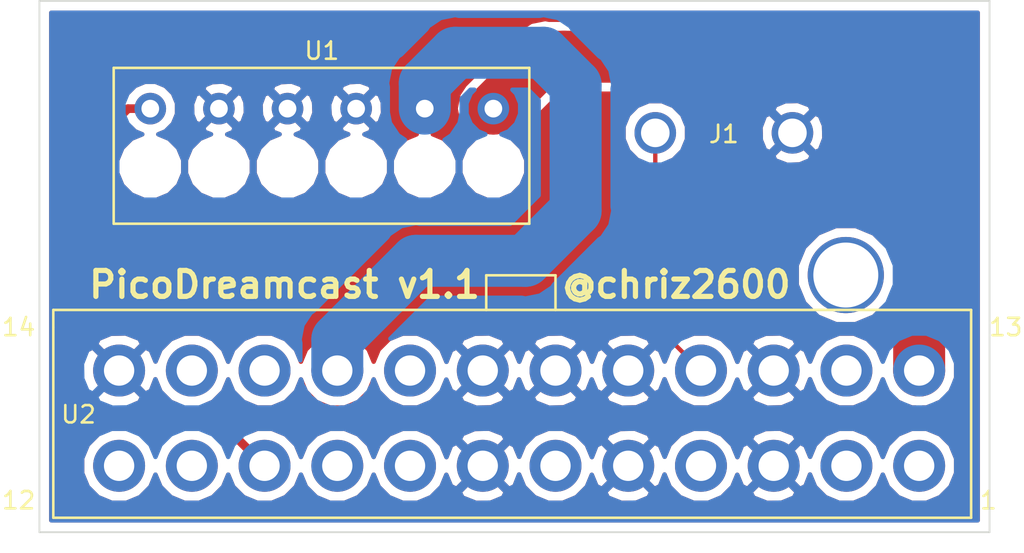
<source format=kicad_pcb>
(kicad_pcb (version 20171130) (host pcbnew "(5.0.0)")

  (general
    (thickness 1.6)
    (drawings 6)
    (tracks 31)
    (zones 0)
    (modules 3)
    (nets 18)
  )

  (page A4)
  (layers
    (0 F.Cu signal)
    (31 B.Cu signal)
    (32 B.Adhes user)
    (33 F.Adhes user)
    (34 B.Paste user)
    (35 F.Paste user)
    (36 B.SilkS user)
    (37 F.SilkS user)
    (38 B.Mask user)
    (39 F.Mask user)
    (40 Dwgs.User user)
    (41 Cmts.User user)
    (42 Eco1.User user)
    (43 Eco2.User user)
    (44 Edge.Cuts user)
    (45 Margin user)
    (46 B.CrtYd user)
    (47 F.CrtYd user)
    (48 B.Fab user)
    (49 F.Fab user)
  )

  (setup
    (last_trace_width 0.25)
    (trace_clearance 0.2)
    (zone_clearance 0.508)
    (zone_45_only no)
    (trace_min 0.2)
    (segment_width 0.2)
    (edge_width 0.1)
    (via_size 0.6)
    (via_drill 0.4)
    (via_min_size 0.4)
    (via_min_drill 0.3)
    (uvia_size 0.3)
    (uvia_drill 0.1)
    (uvias_allowed no)
    (uvia_min_size 0.2)
    (uvia_min_drill 0.1)
    (pcb_text_width 0.3)
    (pcb_text_size 1.5 1.5)
    (mod_edge_width 0.15)
    (mod_text_size 1 1)
    (mod_text_width 0.15)
    (pad_size 1.5 1.5)
    (pad_drill 0.6)
    (pad_to_mask_clearance 0)
    (aux_axis_origin 0 0)
    (visible_elements 7FFFFFFF)
    (pcbplotparams
      (layerselection 0x010f0_ffffffff)
      (usegerberextensions true)
      (usegerberattributes false)
      (usegerberadvancedattributes false)
      (creategerberjobfile false)
      (excludeedgelayer true)
      (linewidth 0.100000)
      (plotframeref false)
      (viasonmask false)
      (mode 1)
      (useauxorigin false)
      (hpglpennumber 1)
      (hpglpenspeed 20)
      (hpglpendiameter 15.000000)
      (psnegative false)
      (psa4output false)
      (plotreference true)
      (plotvalue true)
      (plotinvisibletext false)
      (padsonsilk false)
      (subtractmaskfromsilk false)
      (outputformat 1)
      (mirror false)
      (drillshape 0)
      (scaleselection 1)
      (outputdirectory "gerber"))
  )

  (net 0 "")
  (net 1 GND)
  (net 2 "Net-(U2-Pad1)")
  (net 3 "Net-(U2-Pad6)")
  (net 4 "Net-(U2-Pad8)")
  (net 5 "Net-(U2-Pad9)")
  (net 6 "Net-(U2-Pad12)")
  (net 7 "Net-(U2-Pad14)")
  (net 8 "Net-(U2-Pad20)")
  (net 9 "Net-(U2-Pad22)")
  (net 10 "Net-(U2-Pad23)")
  (net 11 "Net-(U2-Pad11)")
  (net 12 /nPSon)
  (net 13 /3.3V)
  (net 14 /5V)
  (net 15 /12V)
  (net 16 "Net-(U2-Pad2)")
  (net 17 "Net-(U2-Pad4)")

  (net_class Default "This is the default net class."
    (clearance 0.2)
    (trace_width 0.25)
    (via_dia 0.6)
    (via_drill 0.4)
    (uvia_dia 0.3)
    (uvia_drill 0.1)
    (add_net /nPSon)
    (add_net "Net-(U2-Pad1)")
    (add_net "Net-(U2-Pad11)")
    (add_net "Net-(U2-Pad12)")
    (add_net "Net-(U2-Pad14)")
    (add_net "Net-(U2-Pad2)")
    (add_net "Net-(U2-Pad20)")
    (add_net "Net-(U2-Pad22)")
    (add_net "Net-(U2-Pad23)")
    (add_net "Net-(U2-Pad4)")
    (add_net "Net-(U2-Pad6)")
    (add_net "Net-(U2-Pad8)")
    (add_net "Net-(U2-Pad9)")
  )

  (net_class pwr ""
    (clearance 0.2)
    (trace_width 3)
    (via_dia 0.6)
    (via_drill 0.4)
    (uvia_dia 0.3)
    (uvia_drill 0.1)
    (add_net /3.3V)
    (add_net /5V)
    (add_net GND)
  )

  (net_class pwr12 ""
    (clearance 0.2)
    (trace_width 0.5)
    (via_dia 0.6)
    (via_drill 0.4)
    (uvia_dia 0.3)
    (uvia_drill 0.1)
    (add_net /12V)
  )

  (module my:ATX_24_pin (layer F.Cu) (tedit 5BD8F640) (tstamp 5B52112C)
    (at 198.0946 91.1606 180)
    (path /5B4D7363)
    (fp_text reference U2 (at 48.5446 2.9606 180) (layer F.SilkS)
      (effects (font (size 1 1) (thickness 0.15)))
    )
    (fp_text value atx_24pin (at 23 -4.2 180) (layer F.Fab)
      (effects (font (size 1 1) (thickness 0.15)))
    )
    (fp_line (start -3 -3) (end 50 -3) (layer F.SilkS) (width 0.15))
    (fp_line (start 50 -3) (end 50 8) (layer F.SilkS) (width 0.15))
    (fp_line (start 50 8) (end 50 9) (layer F.SilkS) (width 0.15))
    (fp_line (start 50 9) (end -3 9) (layer F.SilkS) (width 0.15))
    (fp_line (start -3 9) (end -3 -3) (layer F.SilkS) (width 0.15))
    (fp_line (start 21 9) (end 21 11) (layer F.SilkS) (width 0.15))
    (fp_line (start 21 11) (end 25 11) (layer F.SilkS) (width 0.15))
    (fp_line (start 25 11) (end 25 9) (layer F.SilkS) (width 0.15))
    (fp_text user 1 (at -4 -2 180) (layer F.SilkS)
      (effects (font (size 1 1) (thickness 0.15)))
    )
    (fp_text user 12 (at 52 -2 180) (layer F.SilkS)
      (effects (font (size 1 1) (thickness 0.15)))
    )
    (fp_text user 13 (at -5 8 180) (layer F.SilkS)
      (effects (font (size 1 1) (thickness 0.15)))
    )
    (fp_text user 14 (at 52 8 180) (layer F.SilkS)
      (effects (font (size 1 1) (thickness 0.15)))
    )
    (pad 24 thru_hole circle (at 46.2 5.5 180) (size 3 3) (drill 1.75) (layers *.Cu *.Mask)
      (net 1 GND))
    (pad 23 thru_hole circle (at 42 5.5 180) (size 3 3) (drill 1.75) (layers *.Cu *.Mask)
      (net 10 "Net-(U2-Pad23)"))
    (pad 22 thru_hole circle (at 37.8 5.5 180) (size 3 3) (drill 1.75) (layers *.Cu *.Mask)
      (net 9 "Net-(U2-Pad22)"))
    (pad 21 thru_hole circle (at 33.6 5.5 180) (size 3 3) (drill 1.75) (layers *.Cu *.Mask)
      (net 14 /5V))
    (pad 20 thru_hole circle (at 29.4 5.5 180) (size 3 3) (drill 1.75) (layers *.Cu *.Mask)
      (net 8 "Net-(U2-Pad20)"))
    (pad 19 thru_hole circle (at 25.2 5.5 180) (size 3 3) (drill 1.75) (layers *.Cu *.Mask)
      (net 1 GND))
    (pad 18 thru_hole circle (at 21 5.5 180) (size 3 3) (drill 1.75) (layers *.Cu *.Mask)
      (net 1 GND))
    (pad 17 thru_hole circle (at 16.8 5.5 180) (size 3 3) (drill 1.75) (layers *.Cu *.Mask)
      (net 1 GND))
    (pad 16 thru_hole circle (at 12.6 5.5 180) (size 3 3) (drill 1.75) (layers *.Cu *.Mask)
      (net 12 /nPSon))
    (pad 15 thru_hole circle (at 8.4 5.5 180) (size 3 3) (drill 1.75) (layers *.Cu *.Mask)
      (net 1 GND))
    (pad 14 thru_hole circle (at 4.2 5.5 270) (size 3 3) (drill 1.75) (layers *.Cu *.Mask)
      (net 7 "Net-(U2-Pad14)"))
    (pad 13 thru_hole circle (at 0 5.5 180) (size 3 3) (drill 1.75) (layers *.Cu *.Mask)
      (net 13 /3.3V))
    (pad 12 thru_hole circle (at 46.2 0 180) (size 3 3) (drill 1.75) (layers *.Cu *.Mask)
      (net 6 "Net-(U2-Pad12)"))
    (pad 11 thru_hole circle (at 42 0 180) (size 3 3) (drill 1.75) (layers *.Cu *.Mask)
      (net 11 "Net-(U2-Pad11)"))
    (pad 10 thru_hole circle (at 37.8 0 180) (size 3 3) (drill 1.75) (layers *.Cu *.Mask)
      (net 15 /12V))
    (pad 9 thru_hole circle (at 33.6 0 180) (size 3 3) (drill 1.75) (layers *.Cu *.Mask)
      (net 5 "Net-(U2-Pad9)"))
    (pad 8 thru_hole circle (at 29.4 0 180) (size 3 3) (drill 1.75) (layers *.Cu *.Mask)
      (net 4 "Net-(U2-Pad8)"))
    (pad 7 thru_hole circle (at 25.2 0 180) (size 3 3) (drill 1.75) (layers *.Cu *.Mask)
      (net 1 GND))
    (pad 6 thru_hole circle (at 21 0 180) (size 3 3) (drill 1.75) (layers *.Cu *.Mask)
      (net 3 "Net-(U2-Pad6)"))
    (pad 5 thru_hole circle (at 16.8 0 180) (size 3 3) (drill 1.75) (layers *.Cu *.Mask)
      (net 1 GND))
    (pad 4 thru_hole circle (at 12.6 0 180) (size 3 3) (drill 1.75) (layers *.Cu *.Mask)
      (net 17 "Net-(U2-Pad4)"))
    (pad 3 thru_hole circle (at 8.4 0 180) (size 3 3) (drill 1.75) (layers *.Cu *.Mask)
      (net 1 GND))
    (pad 2 thru_hole circle (at 4.2 0 180) (size 3 3) (drill 1.75) (layers *.Cu *.Mask)
      (net 16 "Net-(U2-Pad2)"))
    (pad 1 thru_hole circle (at 0 0 180) (size 3 3) (drill 1.75) (layers *.Cu *.Mask)
      (net 2 "Net-(U2-Pad1)"))
  )

  (module my:AMP-1-1123724-2 (layer F.Cu) (tedit 5B521048) (tstamp 5B521100)
    (at 186.817 75.8952)
    (path /5B4D7882)
    (fp_text reference J1 (at 0 -3.8862) (layer F.SilkS)
      (effects (font (size 1 1) (thickness 0.15)))
    )
    (fp_text value Conn_01x02 (at -0.0508 -1.5494) (layer F.Fab)
      (effects (font (size 1 1) (thickness 0.15)))
    )
    (pad 1 thru_hole circle (at -3.96 -3.96) (size 2.4 2.4) (drill 1.65) (layers *.Cu *.Mask)
      (net 12 /nPSon))
    (pad 2 thru_hole circle (at 3.96 -3.96) (size 2.4 2.4) (drill 1.65) (layers *.Cu *.Mask)
      (net 1 GND))
  )

  (module my:DreamcastPower (layer F.Cu) (tedit 5B4CA0B4) (tstamp 5BD9BC73)
    (at 165.5826 67.183 180)
    (path /5B4D73C7)
    (fp_text reference U1 (at 1.9826 -0.017 180) (layer F.SilkS)
      (effects (font (size 1 1) (thickness 0.15)))
    )
    (fp_text value DreamcastPower (at 2 -11 180) (layer F.Fab)
      (effects (font (size 1 1) (thickness 0.15)))
    )
    (fp_line (start -10 -1) (end -10 -10) (layer F.SilkS) (width 0.15))
    (fp_line (start 14 -1) (end -10 -1) (layer F.SilkS) (width 0.15))
    (fp_line (start 14 -10) (end 14 -1) (layer F.SilkS) (width 0.15))
    (fp_line (start -10 -10) (end 14 -10) (layer F.SilkS) (width 0.15))
    (pad 1 thru_hole circle (at -7.9248 -3.3528 180) (size 1.824 1.824) (drill 1.02) (layers *.Cu *.Mask)
      (net 13 /3.3V))
    (pad 2 thru_hole circle (at -3.9624 -3.3528 180) (size 1.824 1.824) (drill 1.02) (layers *.Cu *.Mask)
      (net 14 /5V))
    (pad 3 thru_hole circle (at 0 -3.3528 180) (size 1.824 1.824) (drill 1.02) (layers *.Cu *.Mask)
      (net 1 GND))
    (pad 4 thru_hole circle (at 3.9624 -3.3528 180) (size 1.824 1.824) (drill 1.02) (layers *.Cu *.Mask)
      (net 1 GND))
    (pad 5 thru_hole circle (at 7.9232 -3.3528 180) (size 1.824 1.824) (drill 1.02) (layers *.Cu *.Mask)
      (net 1 GND))
    (pad 6 thru_hole circle (at 11.8872 -3.3528 180) (size 1.824 1.824) (drill 1.02) (layers *.Cu *.Mask)
      (net 15 /12V))
    (pad "" np_thru_hole circle (at -7.9248 -6.7056 180) (size 2.54 2.54) (drill 2.54) (layers *.Cu *.Mask))
    (pad "" np_thru_hole circle (at -3.9624 -6.7056 180) (size 2.54 2.54) (drill 2.54) (layers *.Cu *.Mask))
    (pad "" np_thru_hole circle (at 0 -6.7056 180) (size 2.54 2.54) (drill 2.54) (layers *.Cu *.Mask))
    (pad "" np_thru_hole circle (at 3.9624 -6.7056 180) (size 2.54 2.54) (drill 2.54) (layers *.Cu *.Mask))
    (pad "" np_thru_hole circle (at 7.9248 -6.7056 180) (size 2.54 2.54) (drill 2.54) (layers *.Cu *.Mask))
    (pad "" np_thru_hole circle (at 11.8872 -6.7056 180) (size 2.54 2.54) (drill 2.54) (layers *.Cu *.Mask))
  )

  (gr_text "PicoDreamcast v1.1" (at 150 80.7) (layer F.SilkS) (tstamp 5BD9B228)
    (effects (font (size 1.5 1.5) (thickness 0.3)) (justify left))
  )
  (gr_text @chriz2600 (at 177.3 80.7) (layer F.SilkS)
    (effects (font (size 1.5 1.5) (thickness 0.3)) (justify left))
  )
  (gr_line (start 202.1586 64.3128) (end 147.2946 64.3128) (layer Edge.Cuts) (width 0.1))
  (gr_line (start 202.1586 94.996) (end 202.1586 64.3128) (layer Edge.Cuts) (width 0.1))
  (gr_line (start 147.2946 94.996) (end 202.1586 94.996) (layer Edge.Cuts) (width 0.1))
  (gr_line (start 147.2946 64.3128) (end 147.2946 94.996) (layer Edge.Cuts) (width 0.1))

  (via (at 193.8586 80.146) (size 4.4) (drill 3.75) (layers F.Cu B.Cu) (net 0))
  (segment (start 182.857 83.023) (end 185.4946 85.6606) (width 0.25) (layer F.Cu) (net 12))
  (segment (start 182.857 71.9352) (end 182.857 83.023) (width 0.25) (layer F.Cu) (net 12))
  (segment (start 198.0946 71.6534) (end 198.0946 85.6606) (width 3) (layer F.Cu) (net 13))
  (segment (start 194.6148 68.1736) (end 198.0946 71.6534) (width 3) (layer F.Cu) (net 13))
  (segment (start 173.5074 70.5358) (end 175.8696 68.1736) (width 3) (layer F.Cu) (net 13))
  (segment (start 176.5046 67.5386) (end 177.5714 67.5386) (width 3) (layer F.Cu) (net 13))
  (segment (start 173.5074 70.5358) (end 176.5046 67.5386) (width 3) (layer F.Cu) (net 13))
  (segment (start 192.3796 67.5386) (end 193.9798 67.5386) (width 3) (layer F.Cu) (net 13))
  (segment (start 193.9798 67.5386) (end 198.0946 71.6534) (width 3) (layer F.Cu) (net 13))
  (segment (start 192.3796 67.5386) (end 177.5714 67.5386) (width 3) (layer F.Cu) (net 13))
  (segment (start 164.4946 83.864549) (end 164.4946 85.6606) (width 3) (layer B.Cu) (net 14))
  (segment (start 169.034949 79.3242) (end 164.4946 83.864549) (width 3) (layer B.Cu) (net 14))
  (segment (start 175.3616 79.3242) (end 169.034949 79.3242) (width 3) (layer B.Cu) (net 14))
  (segment (start 176.403 67.31) (end 178.2572 69.1642) (width 3) (layer B.Cu) (net 14))
  (segment (start 171.2976 67.31) (end 176.403 67.31) (width 3) (layer B.Cu) (net 14))
  (segment (start 178.2572 69.1642) (end 178.2572 76.4286) (width 3) (layer B.Cu) (net 14))
  (segment (start 178.2572 76.4286) (end 175.3616 79.3242) (width 3) (layer B.Cu) (net 14))
  (segment (start 169.545 69.0626) (end 171.2976 67.31) (width 3) (layer B.Cu) (net 14))
  (segment (start 169.545 70.5358) (end 169.545 69.0626) (width 3) (layer B.Cu) (net 14))
  (segment (start 157.984 88.85) (end 160.2946 91.1606) (width 0.5) (layer F.Cu) (net 15))
  (segment (start 157.634 88.5) (end 157.984 88.85) (width 0.5) (layer F.Cu) (net 15))
  (segment (start 150.45 88.5) (end 157.634 88.5) (width 0.5) (layer F.Cu) (net 15))
  (segment (start 152.405638 70.5358) (end 149.944599 72.996839) (width 0.5) (layer F.Cu) (net 15))
  (segment (start 153.6954 70.5358) (end 152.405638 70.5358) (width 0.5) (layer F.Cu) (net 15))
  (segment (start 149.944599 72.996839) (end 149.903161 72.996839) (width 0.5) (layer F.Cu) (net 15))
  (segment (start 149.903161 72.996839) (end 149.45 73.45) (width 0.5) (layer F.Cu) (net 15))
  (segment (start 149.45 73.45) (end 149.4 73.45) (width 0.5) (layer F.Cu) (net 15))
  (segment (start 149.4 73.45) (end 149.15 73.7) (width 0.5) (layer F.Cu) (net 15))
  (segment (start 149.15 87.2) (end 150.45 88.5) (width 0.5) (layer F.Cu) (net 15))
  (segment (start 149.15 73.7) (end 149.15 87.2) (width 0.5) (layer F.Cu) (net 15))

  (zone (net 1) (net_name GND) (layer B.Cu) (tstamp 5C005048) (hatch edge 0.508)
    (connect_pads (clearance 0.508))
    (min_thickness 0.254)
    (fill yes (arc_segments 16) (thermal_gap 0.508) (thermal_bridge_width 0.508))
    (polygon
      (pts
        (xy 202.1586 94.996) (xy 147.2946 94.996) (xy 147.2946 64.3128) (xy 202.1586 64.3128)
      )
    )
    (filled_polygon
      (pts
        (xy 201.4736 94.311) (xy 147.9796 94.311) (xy 147.9796 90.735922) (xy 149.7596 90.735922) (xy 149.7596 91.585278)
        (xy 150.084634 92.36998) (xy 150.68522 92.970566) (xy 151.469922 93.2956) (xy 152.319278 93.2956) (xy 153.10398 92.970566)
        (xy 153.704566 92.36998) (xy 153.9946 91.669776) (xy 154.284634 92.36998) (xy 154.88522 92.970566) (xy 155.669922 93.2956)
        (xy 156.519278 93.2956) (xy 157.30398 92.970566) (xy 157.904566 92.36998) (xy 158.1946 91.669776) (xy 158.484634 92.36998)
        (xy 159.08522 92.970566) (xy 159.869922 93.2956) (xy 160.719278 93.2956) (xy 161.50398 92.970566) (xy 162.104566 92.36998)
        (xy 162.3946 91.669776) (xy 162.684634 92.36998) (xy 163.28522 92.970566) (xy 164.069922 93.2956) (xy 164.919278 93.2956)
        (xy 165.70398 92.970566) (xy 166.304566 92.36998) (xy 166.5946 91.669776) (xy 166.884634 92.36998) (xy 167.48522 92.970566)
        (xy 168.269922 93.2956) (xy 169.119278 93.2956) (xy 169.90398 92.970566) (xy 170.199976 92.67457) (xy 171.560235 92.67457)
        (xy 171.720018 92.993339) (xy 172.510787 93.303323) (xy 173.359987 93.287097) (xy 174.069182 92.993339) (xy 174.228965 92.67457)
        (xy 172.8946 91.340205) (xy 171.560235 92.67457) (xy 170.199976 92.67457) (xy 170.504566 92.36998) (xy 170.79042 91.679866)
        (xy 171.061861 92.335182) (xy 171.38063 92.494965) (xy 172.714995 91.1606) (xy 173.074205 91.1606) (xy 174.40857 92.494965)
        (xy 174.727339 92.335182) (xy 174.991302 91.661813) (xy 175.284634 92.36998) (xy 175.88522 92.970566) (xy 176.669922 93.2956)
        (xy 177.519278 93.2956) (xy 178.30398 92.970566) (xy 178.599976 92.67457) (xy 179.960235 92.67457) (xy 180.120018 92.993339)
        (xy 180.910787 93.303323) (xy 181.759987 93.287097) (xy 182.469182 92.993339) (xy 182.628965 92.67457) (xy 181.2946 91.340205)
        (xy 179.960235 92.67457) (xy 178.599976 92.67457) (xy 178.904566 92.36998) (xy 179.19042 91.679866) (xy 179.461861 92.335182)
        (xy 179.78063 92.494965) (xy 181.114995 91.1606) (xy 181.474205 91.1606) (xy 182.80857 92.494965) (xy 183.127339 92.335182)
        (xy 183.391302 91.661813) (xy 183.684634 92.36998) (xy 184.28522 92.970566) (xy 185.069922 93.2956) (xy 185.919278 93.2956)
        (xy 186.70398 92.970566) (xy 186.999976 92.67457) (xy 188.360235 92.67457) (xy 188.520018 92.993339) (xy 189.310787 93.303323)
        (xy 190.159987 93.287097) (xy 190.869182 92.993339) (xy 191.028965 92.67457) (xy 189.6946 91.340205) (xy 188.360235 92.67457)
        (xy 186.999976 92.67457) (xy 187.304566 92.36998) (xy 187.59042 91.679866) (xy 187.861861 92.335182) (xy 188.18063 92.494965)
        (xy 189.514995 91.1606) (xy 189.874205 91.1606) (xy 191.20857 92.494965) (xy 191.527339 92.335182) (xy 191.791302 91.661813)
        (xy 192.084634 92.36998) (xy 192.68522 92.970566) (xy 193.469922 93.2956) (xy 194.319278 93.2956) (xy 195.10398 92.970566)
        (xy 195.704566 92.36998) (xy 195.9946 91.669776) (xy 196.284634 92.36998) (xy 196.88522 92.970566) (xy 197.669922 93.2956)
        (xy 198.519278 93.2956) (xy 199.30398 92.970566) (xy 199.904566 92.36998) (xy 200.2296 91.585278) (xy 200.2296 90.735922)
        (xy 199.904566 89.95122) (xy 199.30398 89.350634) (xy 198.519278 89.0256) (xy 197.669922 89.0256) (xy 196.88522 89.350634)
        (xy 196.284634 89.95122) (xy 195.9946 90.651424) (xy 195.704566 89.95122) (xy 195.10398 89.350634) (xy 194.319278 89.0256)
        (xy 193.469922 89.0256) (xy 192.68522 89.350634) (xy 192.084634 89.95122) (xy 191.79878 90.641334) (xy 191.527339 89.986018)
        (xy 191.20857 89.826235) (xy 189.874205 91.1606) (xy 189.514995 91.1606) (xy 188.18063 89.826235) (xy 187.861861 89.986018)
        (xy 187.597898 90.659387) (xy 187.304566 89.95122) (xy 186.999976 89.64663) (xy 188.360235 89.64663) (xy 189.6946 90.980995)
        (xy 191.028965 89.64663) (xy 190.869182 89.327861) (xy 190.078413 89.017877) (xy 189.229213 89.034103) (xy 188.520018 89.327861)
        (xy 188.360235 89.64663) (xy 186.999976 89.64663) (xy 186.70398 89.350634) (xy 185.919278 89.0256) (xy 185.069922 89.0256)
        (xy 184.28522 89.350634) (xy 183.684634 89.95122) (xy 183.39878 90.641334) (xy 183.127339 89.986018) (xy 182.80857 89.826235)
        (xy 181.474205 91.1606) (xy 181.114995 91.1606) (xy 179.78063 89.826235) (xy 179.461861 89.986018) (xy 179.197898 90.659387)
        (xy 178.904566 89.95122) (xy 178.599976 89.64663) (xy 179.960235 89.64663) (xy 181.2946 90.980995) (xy 182.628965 89.64663)
        (xy 182.469182 89.327861) (xy 181.678413 89.017877) (xy 180.829213 89.034103) (xy 180.120018 89.327861) (xy 179.960235 89.64663)
        (xy 178.599976 89.64663) (xy 178.30398 89.350634) (xy 177.519278 89.0256) (xy 176.669922 89.0256) (xy 175.88522 89.350634)
        (xy 175.284634 89.95122) (xy 174.99878 90.641334) (xy 174.727339 89.986018) (xy 174.40857 89.826235) (xy 173.074205 91.1606)
        (xy 172.714995 91.1606) (xy 171.38063 89.826235) (xy 171.061861 89.986018) (xy 170.797898 90.659387) (xy 170.504566 89.95122)
        (xy 170.199976 89.64663) (xy 171.560235 89.64663) (xy 172.8946 90.980995) (xy 174.228965 89.64663) (xy 174.069182 89.327861)
        (xy 173.278413 89.017877) (xy 172.429213 89.034103) (xy 171.720018 89.327861) (xy 171.560235 89.64663) (xy 170.199976 89.64663)
        (xy 169.90398 89.350634) (xy 169.119278 89.0256) (xy 168.269922 89.0256) (xy 167.48522 89.350634) (xy 166.884634 89.95122)
        (xy 166.5946 90.651424) (xy 166.304566 89.95122) (xy 165.70398 89.350634) (xy 164.919278 89.0256) (xy 164.069922 89.0256)
        (xy 163.28522 89.350634) (xy 162.684634 89.95122) (xy 162.3946 90.651424) (xy 162.104566 89.95122) (xy 161.50398 89.350634)
        (xy 160.719278 89.0256) (xy 159.869922 89.0256) (xy 159.08522 89.350634) (xy 158.484634 89.95122) (xy 158.1946 90.651424)
        (xy 157.904566 89.95122) (xy 157.30398 89.350634) (xy 156.519278 89.0256) (xy 155.669922 89.0256) (xy 154.88522 89.350634)
        (xy 154.284634 89.95122) (xy 153.9946 90.651424) (xy 153.704566 89.95122) (xy 153.10398 89.350634) (xy 152.319278 89.0256)
        (xy 151.469922 89.0256) (xy 150.68522 89.350634) (xy 150.084634 89.95122) (xy 149.7596 90.735922) (xy 147.9796 90.735922)
        (xy 147.9796 87.17457) (xy 150.560235 87.17457) (xy 150.720018 87.493339) (xy 151.510787 87.803323) (xy 152.359987 87.787097)
        (xy 153.069182 87.493339) (xy 153.228965 87.17457) (xy 151.8946 85.840205) (xy 150.560235 87.17457) (xy 147.9796 87.17457)
        (xy 147.9796 85.276787) (xy 149.751877 85.276787) (xy 149.768103 86.125987) (xy 150.061861 86.835182) (xy 150.38063 86.994965)
        (xy 151.714995 85.6606) (xy 152.074205 85.6606) (xy 153.40857 86.994965) (xy 153.727339 86.835182) (xy 153.991302 86.161813)
        (xy 154.284634 86.86998) (xy 154.88522 87.470566) (xy 155.669922 87.7956) (xy 156.519278 87.7956) (xy 157.30398 87.470566)
        (xy 157.904566 86.86998) (xy 158.1946 86.169776) (xy 158.484634 86.86998) (xy 159.08522 87.470566) (xy 159.869922 87.7956)
        (xy 160.719278 87.7956) (xy 161.50398 87.470566) (xy 162.104566 86.86998) (xy 162.3946 86.169776) (xy 162.441648 86.28336)
        (xy 162.483475 86.493636) (xy 162.602585 86.671897) (xy 162.684634 86.86998) (xy 162.836241 87.021587) (xy 162.955352 87.199849)
        (xy 163.133614 87.31896) (xy 163.28522 87.470566) (xy 163.483301 87.552614) (xy 163.661565 87.671726) (xy 163.871842 87.713553)
        (xy 164.069922 87.7956) (xy 164.284322 87.7956) (xy 164.4946 87.837427) (xy 164.704879 87.7956) (xy 164.919278 87.7956)
        (xy 165.117357 87.713553) (xy 165.327636 87.671726) (xy 165.505901 87.552613) (xy 165.70398 87.470566) (xy 165.855584 87.318962)
        (xy 166.033849 87.199849) (xy 166.152962 87.021584) (xy 166.304566 86.86998) (xy 166.386613 86.671901) (xy 166.505726 86.493636)
        (xy 166.547553 86.283357) (xy 166.5946 86.169776) (xy 166.884634 86.86998) (xy 167.48522 87.470566) (xy 168.269922 87.7956)
        (xy 169.119278 87.7956) (xy 169.90398 87.470566) (xy 170.199976 87.17457) (xy 171.560235 87.17457) (xy 171.720018 87.493339)
        (xy 172.510787 87.803323) (xy 173.359987 87.787097) (xy 174.069182 87.493339) (xy 174.228965 87.17457) (xy 175.760235 87.17457)
        (xy 175.920018 87.493339) (xy 176.710787 87.803323) (xy 177.559987 87.787097) (xy 178.269182 87.493339) (xy 178.428965 87.17457)
        (xy 179.960235 87.17457) (xy 180.120018 87.493339) (xy 180.910787 87.803323) (xy 181.759987 87.787097) (xy 182.469182 87.493339)
        (xy 182.628965 87.17457) (xy 181.2946 85.840205) (xy 179.960235 87.17457) (xy 178.428965 87.17457) (xy 177.0946 85.840205)
        (xy 175.760235 87.17457) (xy 174.228965 87.17457) (xy 172.8946 85.840205) (xy 171.560235 87.17457) (xy 170.199976 87.17457)
        (xy 170.504566 86.86998) (xy 170.79042 86.179866) (xy 171.061861 86.835182) (xy 171.38063 86.994965) (xy 172.714995 85.6606)
        (xy 173.074205 85.6606) (xy 174.40857 86.994965) (xy 174.727339 86.835182) (xy 174.987237 86.172181) (xy 175.261861 86.835182)
        (xy 175.58063 86.994965) (xy 176.914995 85.6606) (xy 177.274205 85.6606) (xy 178.60857 86.994965) (xy 178.927339 86.835182)
        (xy 179.187237 86.172181) (xy 179.461861 86.835182) (xy 179.78063 86.994965) (xy 181.114995 85.6606) (xy 181.474205 85.6606)
        (xy 182.80857 86.994965) (xy 183.127339 86.835182) (xy 183.391302 86.161813) (xy 183.684634 86.86998) (xy 184.28522 87.470566)
        (xy 185.069922 87.7956) (xy 185.919278 87.7956) (xy 186.70398 87.470566) (xy 186.999976 87.17457) (xy 188.360235 87.17457)
        (xy 188.520018 87.493339) (xy 189.310787 87.803323) (xy 190.159987 87.787097) (xy 190.869182 87.493339) (xy 191.028965 87.17457)
        (xy 189.6946 85.840205) (xy 188.360235 87.17457) (xy 186.999976 87.17457) (xy 187.304566 86.86998) (xy 187.59042 86.179866)
        (xy 187.861861 86.835182) (xy 188.18063 86.994965) (xy 189.514995 85.6606) (xy 189.874205 85.6606) (xy 191.20857 86.994965)
        (xy 191.527339 86.835182) (xy 191.791302 86.161813) (xy 192.084634 86.86998) (xy 192.68522 87.470566) (xy 193.469922 87.7956)
        (xy 194.319278 87.7956) (xy 195.10398 87.470566) (xy 195.704566 86.86998) (xy 195.9946 86.169776) (xy 196.284634 86.86998)
        (xy 196.88522 87.470566) (xy 197.669922 87.7956) (xy 198.519278 87.7956) (xy 199.30398 87.470566) (xy 199.904566 86.86998)
        (xy 200.2296 86.085278) (xy 200.2296 85.235922) (xy 199.904566 84.45122) (xy 199.30398 83.850634) (xy 198.519278 83.5256)
        (xy 197.669922 83.5256) (xy 196.88522 83.850634) (xy 196.284634 84.45122) (xy 195.9946 85.151424) (xy 195.704566 84.45122)
        (xy 195.10398 83.850634) (xy 194.319278 83.5256) (xy 193.469922 83.5256) (xy 192.68522 83.850634) (xy 192.084634 84.45122)
        (xy 191.79878 85.141334) (xy 191.527339 84.486018) (xy 191.20857 84.326235) (xy 189.874205 85.6606) (xy 189.514995 85.6606)
        (xy 188.18063 84.326235) (xy 187.861861 84.486018) (xy 187.597898 85.159387) (xy 187.304566 84.45122) (xy 186.999976 84.14663)
        (xy 188.360235 84.14663) (xy 189.6946 85.480995) (xy 191.028965 84.14663) (xy 190.869182 83.827861) (xy 190.078413 83.517877)
        (xy 189.229213 83.534103) (xy 188.520018 83.827861) (xy 188.360235 84.14663) (xy 186.999976 84.14663) (xy 186.70398 83.850634)
        (xy 185.919278 83.5256) (xy 185.069922 83.5256) (xy 184.28522 83.850634) (xy 183.684634 84.45122) (xy 183.39878 85.141334)
        (xy 183.127339 84.486018) (xy 182.80857 84.326235) (xy 181.474205 85.6606) (xy 181.114995 85.6606) (xy 179.78063 84.326235)
        (xy 179.461861 84.486018) (xy 179.201963 85.149019) (xy 178.927339 84.486018) (xy 178.60857 84.326235) (xy 177.274205 85.6606)
        (xy 176.914995 85.6606) (xy 175.58063 84.326235) (xy 175.261861 84.486018) (xy 175.001963 85.149019) (xy 174.727339 84.486018)
        (xy 174.40857 84.326235) (xy 173.074205 85.6606) (xy 172.714995 85.6606) (xy 171.38063 84.326235) (xy 171.061861 84.486018)
        (xy 170.797898 85.159387) (xy 170.504566 84.45122) (xy 170.199976 84.14663) (xy 171.560235 84.14663) (xy 172.8946 85.480995)
        (xy 174.228965 84.14663) (xy 175.760235 84.14663) (xy 177.0946 85.480995) (xy 178.428965 84.14663) (xy 179.960235 84.14663)
        (xy 181.2946 85.480995) (xy 182.628965 84.14663) (xy 182.469182 83.827861) (xy 181.678413 83.517877) (xy 180.829213 83.534103)
        (xy 180.120018 83.827861) (xy 179.960235 84.14663) (xy 178.428965 84.14663) (xy 178.269182 83.827861) (xy 177.478413 83.517877)
        (xy 176.629213 83.534103) (xy 175.920018 83.827861) (xy 175.760235 84.14663) (xy 174.228965 84.14663) (xy 174.069182 83.827861)
        (xy 173.278413 83.517877) (xy 172.429213 83.534103) (xy 171.720018 83.827861) (xy 171.560235 84.14663) (xy 170.199976 84.14663)
        (xy 169.90398 83.850634) (xy 169.119278 83.5256) (xy 168.269922 83.5256) (xy 167.558012 83.820483) (xy 169.919295 81.4592)
        (xy 175.151325 81.4592) (xy 175.3616 81.501026) (xy 175.571875 81.4592) (xy 175.571879 81.4592) (xy 176.194636 81.335326)
        (xy 176.900849 80.863449) (xy 177.019964 80.685181) (xy 178.123062 79.582083) (xy 191.0236 79.582083) (xy 191.0236 80.709917)
        (xy 191.455203 81.751899) (xy 192.252701 82.549397) (xy 193.294683 82.981) (xy 194.422517 82.981) (xy 195.464499 82.549397)
        (xy 196.261997 81.751899) (xy 196.6936 80.709917) (xy 196.6936 79.582083) (xy 196.261997 78.540101) (xy 195.464499 77.742603)
        (xy 194.422517 77.311) (xy 193.294683 77.311) (xy 192.252701 77.742603) (xy 191.455203 78.540101) (xy 191.0236 79.582083)
        (xy 178.123062 79.582083) (xy 179.618184 78.086962) (xy 179.796449 77.967849) (xy 180.268326 77.261636) (xy 180.3922 76.638879)
        (xy 180.3922 76.638875) (xy 180.434026 76.4286) (xy 180.3922 76.218325) (xy 180.3922 71.570196) (xy 181.022 71.570196)
        (xy 181.022 72.300204) (xy 181.301362 72.974644) (xy 181.817556 73.490838) (xy 182.491996 73.7702) (xy 183.222004 73.7702)
        (xy 183.896444 73.490838) (xy 184.154907 73.232375) (xy 189.65943 73.232375) (xy 189.782565 73.519988) (xy 190.464734 73.779907)
        (xy 191.194443 73.758986) (xy 191.771435 73.519988) (xy 191.89457 73.232375) (xy 190.777 72.114805) (xy 189.65943 73.232375)
        (xy 184.154907 73.232375) (xy 184.412638 72.974644) (xy 184.692 72.300204) (xy 184.692 71.622934) (xy 188.932293 71.622934)
        (xy 188.953214 72.352643) (xy 189.192212 72.929635) (xy 189.479825 73.05277) (xy 190.597395 71.9352) (xy 190.956605 71.9352)
        (xy 192.074175 73.05277) (xy 192.361788 72.929635) (xy 192.621707 72.247466) (xy 192.600786 71.517757) (xy 192.361788 70.940765)
        (xy 192.074175 70.81763) (xy 190.956605 71.9352) (xy 190.597395 71.9352) (xy 189.479825 70.81763) (xy 189.192212 70.940765)
        (xy 188.932293 71.622934) (xy 184.692 71.622934) (xy 184.692 71.570196) (xy 184.412638 70.895756) (xy 184.154907 70.638025)
        (xy 189.65943 70.638025) (xy 190.777 71.755595) (xy 191.89457 70.638025) (xy 191.771435 70.350412) (xy 191.089266 70.090493)
        (xy 190.359557 70.111414) (xy 189.782565 70.350412) (xy 189.65943 70.638025) (xy 184.154907 70.638025) (xy 183.896444 70.379562)
        (xy 183.222004 70.1002) (xy 182.491996 70.1002) (xy 181.817556 70.379562) (xy 181.301362 70.895756) (xy 181.022 71.570196)
        (xy 180.3922 71.570196) (xy 180.3922 69.374475) (xy 180.434026 69.1642) (xy 180.3922 68.953925) (xy 180.3922 68.953921)
        (xy 180.268326 68.331164) (xy 179.796449 67.624951) (xy 179.618184 67.505838) (xy 178.061364 65.949019) (xy 177.942249 65.770751)
        (xy 177.236036 65.298874) (xy 176.613279 65.175) (xy 176.613275 65.175) (xy 176.403 65.133174) (xy 176.192725 65.175)
        (xy 171.507878 65.175) (xy 171.2976 65.133173) (xy 171.087321 65.175) (xy 170.464564 65.298874) (xy 169.758351 65.770751)
        (xy 169.639238 65.949016) (xy 168.184017 67.404238) (xy 168.005752 67.523351) (xy 167.886639 67.701616) (xy 167.886638 67.701617)
        (xy 167.533874 68.229565) (xy 167.513665 68.331164) (xy 167.41 68.852321) (xy 167.41 68.852325) (xy 167.368174 69.0626)
        (xy 167.41 69.272875) (xy 167.41 70.746078) (xy 167.533874 71.368835) (xy 168.005751 72.075049) (xy 168.400626 72.338897)
        (xy 167.930019 72.809504) (xy 167.64 73.509672) (xy 167.64 74.267528) (xy 167.930019 74.967696) (xy 168.465904 75.503581)
        (xy 169.166072 75.7936) (xy 169.923928 75.7936) (xy 170.624096 75.503581) (xy 171.159981 74.967696) (xy 171.45 74.267528)
        (xy 171.45 73.509672) (xy 171.159981 72.809504) (xy 170.689373 72.338896) (xy 171.084249 72.075049) (xy 171.556126 71.368836)
        (xy 171.68 70.746079) (xy 171.68 69.946945) (xy 172.181946 69.445) (xy 172.410411 69.445) (xy 172.195916 69.659495)
        (xy 171.9604 70.228082) (xy 171.9604 70.843518) (xy 172.195916 71.412105) (xy 172.631095 71.847284) (xy 173.044332 72.018452)
        (xy 172.428304 72.273619) (xy 171.892419 72.809504) (xy 171.6024 73.509672) (xy 171.6024 74.267528) (xy 171.892419 74.967696)
        (xy 172.428304 75.503581) (xy 173.128472 75.7936) (xy 173.886328 75.7936) (xy 174.586496 75.503581) (xy 175.122381 74.967696)
        (xy 175.4124 74.267528) (xy 175.4124 73.509672) (xy 175.122381 72.809504) (xy 174.586496 72.273619) (xy 173.970468 72.018452)
        (xy 174.383705 71.847284) (xy 174.818884 71.412105) (xy 175.0544 70.843518) (xy 175.0544 70.228082) (xy 174.818884 69.659495)
        (xy 174.604389 69.445) (xy 175.518655 69.445) (xy 176.1222 70.048546) (xy 176.122201 75.544253) (xy 174.477255 77.1892)
        (xy 169.245223 77.1892) (xy 169.034948 77.147374) (xy 168.824673 77.1892) (xy 168.82467 77.1892) (xy 168.201913 77.313074)
        (xy 167.4957 77.784951) (xy 167.376587 77.963216) (xy 163.133619 82.206185) (xy 162.955351 82.3253) (xy 162.483474 83.031514)
        (xy 162.3596 83.654271) (xy 162.3596 83.654274) (xy 162.317774 83.864549) (xy 162.3596 84.074824) (xy 162.3596 85.066927)
        (xy 162.104566 84.45122) (xy 161.50398 83.850634) (xy 160.719278 83.5256) (xy 159.869922 83.5256) (xy 159.08522 83.850634)
        (xy 158.484634 84.45122) (xy 158.1946 85.151424) (xy 157.904566 84.45122) (xy 157.30398 83.850634) (xy 156.519278 83.5256)
        (xy 155.669922 83.5256) (xy 154.88522 83.850634) (xy 154.284634 84.45122) (xy 153.99878 85.141334) (xy 153.727339 84.486018)
        (xy 153.40857 84.326235) (xy 152.074205 85.6606) (xy 151.714995 85.6606) (xy 150.38063 84.326235) (xy 150.061861 84.486018)
        (xy 149.751877 85.276787) (xy 147.9796 85.276787) (xy 147.9796 84.14663) (xy 150.560235 84.14663) (xy 151.8946 85.480995)
        (xy 153.228965 84.14663) (xy 153.069182 83.827861) (xy 152.278413 83.517877) (xy 151.429213 83.534103) (xy 150.720018 83.827861)
        (xy 150.560235 84.14663) (xy 147.9796 84.14663) (xy 147.9796 73.509672) (xy 151.7904 73.509672) (xy 151.7904 74.267528)
        (xy 152.080419 74.967696) (xy 152.616304 75.503581) (xy 153.316472 75.7936) (xy 154.074328 75.7936) (xy 154.774496 75.503581)
        (xy 155.310381 74.967696) (xy 155.6004 74.267528) (xy 155.6004 73.509672) (xy 155.7528 73.509672) (xy 155.7528 74.267528)
        (xy 156.042819 74.967696) (xy 156.578704 75.503581) (xy 157.278872 75.7936) (xy 158.036728 75.7936) (xy 158.736896 75.503581)
        (xy 159.272781 74.967696) (xy 159.5628 74.267528) (xy 159.5628 73.509672) (xy 159.7152 73.509672) (xy 159.7152 74.267528)
        (xy 160.005219 74.967696) (xy 160.541104 75.503581) (xy 161.241272 75.7936) (xy 161.999128 75.7936) (xy 162.699296 75.503581)
        (xy 163.235181 74.967696) (xy 163.5252 74.267528) (xy 163.5252 73.509672) (xy 163.6776 73.509672) (xy 163.6776 74.267528)
        (xy 163.967619 74.967696) (xy 164.503504 75.503581) (xy 165.203672 75.7936) (xy 165.961528 75.7936) (xy 166.661696 75.503581)
        (xy 167.197581 74.967696) (xy 167.4876 74.267528) (xy 167.4876 73.509672) (xy 167.197581 72.809504) (xy 166.661696 72.273619)
        (xy 166.060556 72.024619) (xy 166.403963 71.882375) (xy 166.491842 71.624647) (xy 165.5826 70.715405) (xy 164.673358 71.624647)
        (xy 164.761237 71.882375) (xy 165.125596 72.01594) (xy 164.503504 72.273619) (xy 163.967619 72.809504) (xy 163.6776 73.509672)
        (xy 163.5252 73.509672) (xy 163.235181 72.809504) (xy 162.699296 72.273619) (xy 162.098156 72.024619) (xy 162.441563 71.882375)
        (xy 162.529442 71.624647) (xy 161.6202 70.715405) (xy 160.710958 71.624647) (xy 160.798837 71.882375) (xy 161.163196 72.01594)
        (xy 160.541104 72.273619) (xy 160.005219 72.809504) (xy 159.7152 73.509672) (xy 159.5628 73.509672) (xy 159.272781 72.809504)
        (xy 158.736896 72.273619) (xy 158.136556 72.02495) (xy 158.480763 71.882375) (xy 158.568642 71.624647) (xy 157.6594 70.715405)
        (xy 156.750158 71.624647) (xy 156.838037 71.882375) (xy 157.201547 72.015629) (xy 156.578704 72.273619) (xy 156.042819 72.809504)
        (xy 155.7528 73.509672) (xy 155.6004 73.509672) (xy 155.310381 72.809504) (xy 154.774496 72.273619) (xy 154.158468 72.018452)
        (xy 154.571705 71.847284) (xy 155.006884 71.412105) (xy 155.2424 70.843518) (xy 155.2424 70.292271) (xy 156.101005 70.292271)
        (xy 156.126436 70.90718) (xy 156.312825 71.357163) (xy 156.570553 71.445042) (xy 157.479795 70.5358) (xy 157.839005 70.5358)
        (xy 158.748247 71.445042) (xy 159.005975 71.357163) (xy 159.217795 70.779329) (xy 159.197652 70.292271) (xy 160.061805 70.292271)
        (xy 160.087236 70.90718) (xy 160.273625 71.357163) (xy 160.531353 71.445042) (xy 161.440595 70.5358) (xy 161.799805 70.5358)
        (xy 162.709047 71.445042) (xy 162.966775 71.357163) (xy 163.178595 70.779329) (xy 163.158452 70.292271) (xy 164.024205 70.292271)
        (xy 164.049636 70.90718) (xy 164.236025 71.357163) (xy 164.493753 71.445042) (xy 165.402995 70.5358) (xy 165.762205 70.5358)
        (xy 166.671447 71.445042) (xy 166.929175 71.357163) (xy 167.140995 70.779329) (xy 167.115564 70.16442) (xy 166.929175 69.714437)
        (xy 166.671447 69.626558) (xy 165.762205 70.5358) (xy 165.402995 70.5358) (xy 164.493753 69.626558) (xy 164.236025 69.714437)
        (xy 164.024205 70.292271) (xy 163.158452 70.292271) (xy 163.153164 70.16442) (xy 162.966775 69.714437) (xy 162.709047 69.626558)
        (xy 161.799805 70.5358) (xy 161.440595 70.5358) (xy 160.531353 69.626558) (xy 160.273625 69.714437) (xy 160.061805 70.292271)
        (xy 159.197652 70.292271) (xy 159.192364 70.16442) (xy 159.005975 69.714437) (xy 158.748247 69.626558) (xy 157.839005 70.5358)
        (xy 157.479795 70.5358) (xy 156.570553 69.626558) (xy 156.312825 69.714437) (xy 156.101005 70.292271) (xy 155.2424 70.292271)
        (xy 155.2424 70.228082) (xy 155.006884 69.659495) (xy 154.794342 69.446953) (xy 156.750158 69.446953) (xy 157.6594 70.356195)
        (xy 158.568642 69.446953) (xy 160.710958 69.446953) (xy 161.6202 70.356195) (xy 162.529442 69.446953) (xy 164.673358 69.446953)
        (xy 165.5826 70.356195) (xy 166.491842 69.446953) (xy 166.403963 69.189225) (xy 165.826129 68.977405) (xy 165.21122 69.002836)
        (xy 164.761237 69.189225) (xy 164.673358 69.446953) (xy 162.529442 69.446953) (xy 162.441563 69.189225) (xy 161.863729 68.977405)
        (xy 161.24882 69.002836) (xy 160.798837 69.189225) (xy 160.710958 69.446953) (xy 158.568642 69.446953) (xy 158.480763 69.189225)
        (xy 157.902929 68.977405) (xy 157.28802 69.002836) (xy 156.838037 69.189225) (xy 156.750158 69.446953) (xy 154.794342 69.446953)
        (xy 154.571705 69.224316) (xy 154.003118 68.9888) (xy 153.387682 68.9888) (xy 152.819095 69.224316) (xy 152.383916 69.659495)
        (xy 152.1484 70.228082) (xy 152.1484 70.843518) (xy 152.383916 71.412105) (xy 152.819095 71.847284) (xy 153.232332 72.018452)
        (xy 152.616304 72.273619) (xy 152.080419 72.809504) (xy 151.7904 73.509672) (xy 147.9796 73.509672) (xy 147.9796 64.9978)
        (xy 201.473601 64.9978)
      )
    )
  )
  (zone (net 1) (net_name GND) (layer F.Cu) (tstamp 5C005045) (hatch edge 0.508)
    (connect_pads (clearance 0.508))
    (min_thickness 0.254)
    (fill yes (arc_segments 16) (thermal_gap 0.508) (thermal_bridge_width 0.508))
    (polygon
      (pts
        (xy 202.134853 94.9706) (xy 147.270853 94.9706) (xy 147.270853 64.2874) (xy 202.134853 64.2874)
      )
    )
    (filled_polygon
      (pts
        (xy 201.4736 94.311) (xy 147.9796 94.311) (xy 147.9796 73.7) (xy 148.247663 73.7) (xy 148.265 73.787161)
        (xy 148.265001 87.112834) (xy 148.247663 87.2) (xy 148.316348 87.545309) (xy 148.462576 87.764154) (xy 148.462578 87.764156)
        (xy 148.511952 87.838049) (xy 148.585845 87.887423) (xy 149.762577 89.064156) (xy 149.811951 89.138049) (xy 149.885844 89.187423)
        (xy 149.885845 89.187424) (xy 150.096023 89.327861) (xy 150.10469 89.333652) (xy 150.362835 89.385) (xy 150.362839 89.385)
        (xy 150.45 89.402337) (xy 150.537161 89.385) (xy 150.650854 89.385) (xy 150.084634 89.95122) (xy 149.7596 90.735922)
        (xy 149.7596 91.585278) (xy 150.084634 92.36998) (xy 150.68522 92.970566) (xy 151.469922 93.2956) (xy 152.319278 93.2956)
        (xy 153.10398 92.970566) (xy 153.704566 92.36998) (xy 153.9946 91.669776) (xy 154.284634 92.36998) (xy 154.88522 92.970566)
        (xy 155.669922 93.2956) (xy 156.519278 93.2956) (xy 157.30398 92.970566) (xy 157.904566 92.36998) (xy 158.1946 91.669776)
        (xy 158.484634 92.36998) (xy 159.08522 92.970566) (xy 159.869922 93.2956) (xy 160.719278 93.2956) (xy 161.50398 92.970566)
        (xy 162.104566 92.36998) (xy 162.3946 91.669776) (xy 162.684634 92.36998) (xy 163.28522 92.970566) (xy 164.069922 93.2956)
        (xy 164.919278 93.2956) (xy 165.70398 92.970566) (xy 166.304566 92.36998) (xy 166.5946 91.669776) (xy 166.884634 92.36998)
        (xy 167.48522 92.970566) (xy 168.269922 93.2956) (xy 169.119278 93.2956) (xy 169.90398 92.970566) (xy 170.199976 92.67457)
        (xy 171.560235 92.67457) (xy 171.720018 92.993339) (xy 172.510787 93.303323) (xy 173.359987 93.287097) (xy 174.069182 92.993339)
        (xy 174.228965 92.67457) (xy 172.8946 91.340205) (xy 171.560235 92.67457) (xy 170.199976 92.67457) (xy 170.504566 92.36998)
        (xy 170.79042 91.679866) (xy 171.061861 92.335182) (xy 171.38063 92.494965) (xy 172.714995 91.1606) (xy 173.074205 91.1606)
        (xy 174.40857 92.494965) (xy 174.727339 92.335182) (xy 174.991302 91.661813) (xy 175.284634 92.36998) (xy 175.88522 92.970566)
        (xy 176.669922 93.2956) (xy 177.519278 93.2956) (xy 178.30398 92.970566) (xy 178.599976 92.67457) (xy 179.960235 92.67457)
        (xy 180.120018 92.993339) (xy 180.910787 93.303323) (xy 181.759987 93.287097) (xy 182.469182 92.993339) (xy 182.628965 92.67457)
        (xy 181.2946 91.340205) (xy 179.960235 92.67457) (xy 178.599976 92.67457) (xy 178.904566 92.36998) (xy 179.19042 91.679866)
        (xy 179.461861 92.335182) (xy 179.78063 92.494965) (xy 181.114995 91.1606) (xy 181.474205 91.1606) (xy 182.80857 92.494965)
        (xy 183.127339 92.335182) (xy 183.391302 91.661813) (xy 183.684634 92.36998) (xy 184.28522 92.970566) (xy 185.069922 93.2956)
        (xy 185.919278 93.2956) (xy 186.70398 92.970566) (xy 186.999976 92.67457) (xy 188.360235 92.67457) (xy 188.520018 92.993339)
        (xy 189.310787 93.303323) (xy 190.159987 93.287097) (xy 190.869182 92.993339) (xy 191.028965 92.67457) (xy 189.6946 91.340205)
        (xy 188.360235 92.67457) (xy 186.999976 92.67457) (xy 187.304566 92.36998) (xy 187.59042 91.679866) (xy 187.861861 92.335182)
        (xy 188.18063 92.494965) (xy 189.514995 91.1606) (xy 189.874205 91.1606) (xy 191.20857 92.494965) (xy 191.527339 92.335182)
        (xy 191.791302 91.661813) (xy 192.084634 92.36998) (xy 192.68522 92.970566) (xy 193.469922 93.2956) (xy 194.319278 93.2956)
        (xy 195.10398 92.970566) (xy 195.704566 92.36998) (xy 195.9946 91.669776) (xy 196.284634 92.36998) (xy 196.88522 92.970566)
        (xy 197.669922 93.2956) (xy 198.519278 93.2956) (xy 199.30398 92.970566) (xy 199.904566 92.36998) (xy 200.2296 91.585278)
        (xy 200.2296 90.735922) (xy 199.904566 89.95122) (xy 199.30398 89.350634) (xy 198.519278 89.0256) (xy 197.669922 89.0256)
        (xy 196.88522 89.350634) (xy 196.284634 89.95122) (xy 195.9946 90.651424) (xy 195.704566 89.95122) (xy 195.10398 89.350634)
        (xy 194.319278 89.0256) (xy 193.469922 89.0256) (xy 192.68522 89.350634) (xy 192.084634 89.95122) (xy 191.79878 90.641334)
        (xy 191.527339 89.986018) (xy 191.20857 89.826235) (xy 189.874205 91.1606) (xy 189.514995 91.1606) (xy 188.18063 89.826235)
        (xy 187.861861 89.986018) (xy 187.597898 90.659387) (xy 187.304566 89.95122) (xy 186.999976 89.64663) (xy 188.360235 89.64663)
        (xy 189.6946 90.980995) (xy 191.028965 89.64663) (xy 190.869182 89.327861) (xy 190.078413 89.017877) (xy 189.229213 89.034103)
        (xy 188.520018 89.327861) (xy 188.360235 89.64663) (xy 186.999976 89.64663) (xy 186.70398 89.350634) (xy 185.919278 89.0256)
        (xy 185.069922 89.0256) (xy 184.28522 89.350634) (xy 183.684634 89.95122) (xy 183.39878 90.641334) (xy 183.127339 89.986018)
        (xy 182.80857 89.826235) (xy 181.474205 91.1606) (xy 181.114995 91.1606) (xy 179.78063 89.826235) (xy 179.461861 89.986018)
        (xy 179.197898 90.659387) (xy 178.904566 89.95122) (xy 178.599976 89.64663) (xy 179.960235 89.64663) (xy 181.2946 90.980995)
        (xy 182.628965 89.64663) (xy 182.469182 89.327861) (xy 181.678413 89.017877) (xy 180.829213 89.034103) (xy 180.120018 89.327861)
        (xy 179.960235 89.64663) (xy 178.599976 89.64663) (xy 178.30398 89.350634) (xy 177.519278 89.0256) (xy 176.669922 89.0256)
        (xy 175.88522 89.350634) (xy 175.284634 89.95122) (xy 174.99878 90.641334) (xy 174.727339 89.986018) (xy 174.40857 89.826235)
        (xy 173.074205 91.1606) (xy 172.714995 91.1606) (xy 171.38063 89.826235) (xy 171.061861 89.986018) (xy 170.797898 90.659387)
        (xy 170.504566 89.95122) (xy 170.199976 89.64663) (xy 171.560235 89.64663) (xy 172.8946 90.980995) (xy 174.228965 89.64663)
        (xy 174.069182 89.327861) (xy 173.278413 89.017877) (xy 172.429213 89.034103) (xy 171.720018 89.327861) (xy 171.560235 89.64663)
        (xy 170.199976 89.64663) (xy 169.90398 89.350634) (xy 169.119278 89.0256) (xy 168.269922 89.0256) (xy 167.48522 89.350634)
        (xy 166.884634 89.95122) (xy 166.5946 90.651424) (xy 166.304566 89.95122) (xy 165.70398 89.350634) (xy 164.919278 89.0256)
        (xy 164.069922 89.0256) (xy 163.28522 89.350634) (xy 162.684634 89.95122) (xy 162.3946 90.651424) (xy 162.104566 89.95122)
        (xy 161.50398 89.350634) (xy 160.719278 89.0256) (xy 159.869922 89.0256) (xy 159.545541 89.159963) (xy 158.321425 87.935847)
        (xy 158.272049 87.861951) (xy 157.97931 87.666348) (xy 157.721165 87.615) (xy 157.721161 87.615) (xy 157.634 87.597663)
        (xy 157.546839 87.615) (xy 156.955285 87.615) (xy 157.30398 87.470566) (xy 157.904566 86.86998) (xy 158.1946 86.169776)
        (xy 158.484634 86.86998) (xy 159.08522 87.470566) (xy 159.869922 87.7956) (xy 160.719278 87.7956) (xy 161.50398 87.470566)
        (xy 162.104566 86.86998) (xy 162.3946 86.169776) (xy 162.684634 86.86998) (xy 163.28522 87.470566) (xy 164.069922 87.7956)
        (xy 164.919278 87.7956) (xy 165.70398 87.470566) (xy 166.304566 86.86998) (xy 166.5946 86.169776) (xy 166.884634 86.86998)
        (xy 167.48522 87.470566) (xy 168.269922 87.7956) (xy 169.119278 87.7956) (xy 169.90398 87.470566) (xy 170.199976 87.17457)
        (xy 171.560235 87.17457) (xy 171.720018 87.493339) (xy 172.510787 87.803323) (xy 173.359987 87.787097) (xy 174.069182 87.493339)
        (xy 174.228965 87.17457) (xy 175.760235 87.17457) (xy 175.920018 87.493339) (xy 176.710787 87.803323) (xy 177.559987 87.787097)
        (xy 178.269182 87.493339) (xy 178.428965 87.17457) (xy 179.960235 87.17457) (xy 180.120018 87.493339) (xy 180.910787 87.803323)
        (xy 181.759987 87.787097) (xy 182.469182 87.493339) (xy 182.628965 87.17457) (xy 181.2946 85.840205) (xy 179.960235 87.17457)
        (xy 178.428965 87.17457) (xy 177.0946 85.840205) (xy 175.760235 87.17457) (xy 174.228965 87.17457) (xy 172.8946 85.840205)
        (xy 171.560235 87.17457) (xy 170.199976 87.17457) (xy 170.504566 86.86998) (xy 170.79042 86.179866) (xy 171.061861 86.835182)
        (xy 171.38063 86.994965) (xy 172.714995 85.6606) (xy 173.074205 85.6606) (xy 174.40857 86.994965) (xy 174.727339 86.835182)
        (xy 174.987237 86.172181) (xy 175.261861 86.835182) (xy 175.58063 86.994965) (xy 176.914995 85.6606) (xy 177.274205 85.6606)
        (xy 178.60857 86.994965) (xy 178.927339 86.835182) (xy 179.187237 86.172181) (xy 179.461861 86.835182) (xy 179.78063 86.994965)
        (xy 181.114995 85.6606) (xy 179.78063 84.326235) (xy 179.461861 84.486018) (xy 179.201963 85.149019) (xy 178.927339 84.486018)
        (xy 178.60857 84.326235) (xy 177.274205 85.6606) (xy 176.914995 85.6606) (xy 175.58063 84.326235) (xy 175.261861 84.486018)
        (xy 175.001963 85.149019) (xy 174.727339 84.486018) (xy 174.40857 84.326235) (xy 173.074205 85.6606) (xy 172.714995 85.6606)
        (xy 171.38063 84.326235) (xy 171.061861 84.486018) (xy 170.797898 85.159387) (xy 170.504566 84.45122) (xy 170.199976 84.14663)
        (xy 171.560235 84.14663) (xy 172.8946 85.480995) (xy 174.228965 84.14663) (xy 175.760235 84.14663) (xy 177.0946 85.480995)
        (xy 178.428965 84.14663) (xy 179.960235 84.14663) (xy 181.2946 85.480995) (xy 182.628965 84.14663) (xy 182.469182 83.827861)
        (xy 181.678413 83.517877) (xy 180.829213 83.534103) (xy 180.120018 83.827861) (xy 179.960235 84.14663) (xy 178.428965 84.14663)
        (xy 178.269182 83.827861) (xy 177.478413 83.517877) (xy 176.629213 83.534103) (xy 175.920018 83.827861) (xy 175.760235 84.14663)
        (xy 174.228965 84.14663) (xy 174.069182 83.827861) (xy 173.278413 83.517877) (xy 172.429213 83.534103) (xy 171.720018 83.827861)
        (xy 171.560235 84.14663) (xy 170.199976 84.14663) (xy 169.90398 83.850634) (xy 169.119278 83.5256) (xy 168.269922 83.5256)
        (xy 167.48522 83.850634) (xy 166.884634 84.45122) (xy 166.5946 85.151424) (xy 166.304566 84.45122) (xy 165.70398 83.850634)
        (xy 164.919278 83.5256) (xy 164.069922 83.5256) (xy 163.28522 83.850634) (xy 162.684634 84.45122) (xy 162.3946 85.151424)
        (xy 162.104566 84.45122) (xy 161.50398 83.850634) (xy 160.719278 83.5256) (xy 159.869922 83.5256) (xy 159.08522 83.850634)
        (xy 158.484634 84.45122) (xy 158.1946 85.151424) (xy 157.904566 84.45122) (xy 157.30398 83.850634) (xy 156.519278 83.5256)
        (xy 155.669922 83.5256) (xy 154.88522 83.850634) (xy 154.284634 84.45122) (xy 153.99878 85.141334) (xy 153.727339 84.486018)
        (xy 153.40857 84.326235) (xy 152.074205 85.6606) (xy 153.40857 86.994965) (xy 153.727339 86.835182) (xy 153.991302 86.161813)
        (xy 154.284634 86.86998) (xy 154.88522 87.470566) (xy 155.233915 87.615) (xy 152.775466 87.615) (xy 153.069182 87.493339)
        (xy 153.228965 87.17457) (xy 151.8946 85.840205) (xy 151.880458 85.854348) (xy 151.700853 85.674743) (xy 151.714995 85.6606)
        (xy 150.38063 84.326235) (xy 150.061861 84.486018) (xy 150.035 84.55454) (xy 150.035 84.14663) (xy 150.560235 84.14663)
        (xy 151.8946 85.480995) (xy 153.228965 84.14663) (xy 153.069182 83.827861) (xy 152.278413 83.517877) (xy 151.429213 83.534103)
        (xy 150.720018 83.827861) (xy 150.560235 84.14663) (xy 150.035 84.14663) (xy 150.035 74.123495) (xy 150.088049 74.088049)
        (xy 150.137425 74.014153) (xy 150.38387 73.767708) (xy 150.582648 73.634888) (xy 150.632024 73.560992) (xy 152.582414 71.610603)
        (xy 152.819095 71.847284) (xy 153.232332 72.018452) (xy 152.616304 72.273619) (xy 152.080419 72.809504) (xy 151.7904 73.509672)
        (xy 151.7904 74.267528) (xy 152.080419 74.967696) (xy 152.616304 75.503581) (xy 153.316472 75.7936) (xy 154.074328 75.7936)
        (xy 154.774496 75.503581) (xy 155.310381 74.967696) (xy 155.6004 74.267528) (xy 155.6004 73.509672) (xy 155.7528 73.509672)
        (xy 155.7528 74.267528) (xy 156.042819 74.967696) (xy 156.578704 75.503581) (xy 157.278872 75.7936) (xy 158.036728 75.7936)
        (xy 158.736896 75.503581) (xy 159.272781 74.967696) (xy 159.5628 74.267528) (xy 159.5628 73.509672) (xy 159.7152 73.509672)
        (xy 159.7152 74.267528) (xy 160.005219 74.967696) (xy 160.541104 75.503581) (xy 161.241272 75.7936) (xy 161.999128 75.7936)
        (xy 162.699296 75.503581) (xy 163.235181 74.967696) (xy 163.5252 74.267528) (xy 163.5252 73.509672) (xy 163.6776 73.509672)
        (xy 163.6776 74.267528) (xy 163.967619 74.967696) (xy 164.503504 75.503581) (xy 165.203672 75.7936) (xy 165.961528 75.7936)
        (xy 166.661696 75.503581) (xy 167.197581 74.967696) (xy 167.4876 74.267528) (xy 167.4876 73.509672) (xy 167.64 73.509672)
        (xy 167.64 74.267528) (xy 167.930019 74.967696) (xy 168.465904 75.503581) (xy 169.166072 75.7936) (xy 169.923928 75.7936)
        (xy 170.624096 75.503581) (xy 171.159981 74.967696) (xy 171.45 74.267528) (xy 171.45 73.509672) (xy 171.159981 72.809504)
        (xy 170.624096 72.273619) (xy 170.008068 72.018452) (xy 170.421305 71.847284) (xy 170.856484 71.412105) (xy 171.092 70.843518)
        (xy 171.092 70.5358) (xy 171.330574 70.5358) (xy 171.496274 71.368835) (xy 171.968151 72.075049) (xy 172.363027 72.338896)
        (xy 171.892419 72.809504) (xy 171.6024 73.509672) (xy 171.6024 74.267528) (xy 171.892419 74.967696) (xy 172.428304 75.503581)
        (xy 173.128472 75.7936) (xy 173.886328 75.7936) (xy 174.586496 75.503581) (xy 175.122381 74.967696) (xy 175.4124 74.267528)
        (xy 175.4124 73.509672) (xy 175.122381 72.809504) (xy 174.651773 72.338896) (xy 174.868383 72.194162) (xy 175.492349 71.570196)
        (xy 181.022 71.570196) (xy 181.022 72.300204) (xy 181.301362 72.974644) (xy 181.817556 73.490838) (xy 182.097 73.606587)
        (xy 182.097001 82.948148) (xy 182.082112 83.023) (xy 182.097001 83.097852) (xy 182.141097 83.319537) (xy 182.309072 83.570929)
        (xy 182.372528 83.613329) (xy 183.54574 84.786541) (xy 183.39878 85.141334) (xy 183.127339 84.486018) (xy 182.80857 84.326235)
        (xy 181.474205 85.6606) (xy 182.80857 86.994965) (xy 183.127339 86.835182) (xy 183.391302 86.161813) (xy 183.684634 86.86998)
        (xy 184.28522 87.470566) (xy 185.069922 87.7956) (xy 185.919278 87.7956) (xy 186.70398 87.470566) (xy 186.999976 87.17457)
        (xy 188.360235 87.17457) (xy 188.520018 87.493339) (xy 189.310787 87.803323) (xy 190.159987 87.787097) (xy 190.869182 87.493339)
        (xy 191.028965 87.17457) (xy 189.6946 85.840205) (xy 188.360235 87.17457) (xy 186.999976 87.17457) (xy 187.304566 86.86998)
        (xy 187.59042 86.179866) (xy 187.861861 86.835182) (xy 188.18063 86.994965) (xy 189.514995 85.6606) (xy 188.18063 84.326235)
        (xy 187.861861 84.486018) (xy 187.597898 85.159387) (xy 187.304566 84.45122) (xy 186.999976 84.14663) (xy 188.360235 84.14663)
        (xy 189.6946 85.480995) (xy 191.028965 84.14663) (xy 190.869182 83.827861) (xy 190.078413 83.517877) (xy 189.229213 83.534103)
        (xy 188.520018 83.827861) (xy 188.360235 84.14663) (xy 186.999976 84.14663) (xy 186.70398 83.850634) (xy 185.919278 83.5256)
        (xy 185.069922 83.5256) (xy 184.620541 83.71174) (xy 183.617 82.708199) (xy 183.617 73.606587) (xy 183.896444 73.490838)
        (xy 184.154907 73.232375) (xy 189.65943 73.232375) (xy 189.782565 73.519988) (xy 190.464734 73.779907) (xy 191.194443 73.758986)
        (xy 191.771435 73.519988) (xy 191.89457 73.232375) (xy 190.777 72.114805) (xy 189.65943 73.232375) (xy 184.154907 73.232375)
        (xy 184.412638 72.974644) (xy 184.692 72.300204) (xy 184.692 71.622934) (xy 188.932293 71.622934) (xy 188.953214 72.352643)
        (xy 189.192212 72.929635) (xy 189.479825 73.05277) (xy 190.597395 71.9352) (xy 190.956605 71.9352) (xy 192.074175 73.05277)
        (xy 192.361788 72.929635) (xy 192.621707 72.247466) (xy 192.600786 71.517757) (xy 192.361788 70.940765) (xy 192.074175 70.81763)
        (xy 190.956605 71.9352) (xy 190.597395 71.9352) (xy 189.479825 70.81763) (xy 189.192212 70.940765) (xy 188.932293 71.622934)
        (xy 184.692 71.622934) (xy 184.692 71.570196) (xy 184.412638 70.895756) (xy 184.154907 70.638025) (xy 189.65943 70.638025)
        (xy 190.777 71.755595) (xy 191.89457 70.638025) (xy 191.771435 70.350412) (xy 191.089266 70.090493) (xy 190.359557 70.111414)
        (xy 189.782565 70.350412) (xy 189.65943 70.638025) (xy 184.154907 70.638025) (xy 183.896444 70.379562) (xy 183.222004 70.1002)
        (xy 182.491996 70.1002) (xy 181.817556 70.379562) (xy 181.301362 70.895756) (xy 181.022 71.570196) (xy 175.492349 71.570196)
        (xy 176.181435 70.88111) (xy 177.388946 69.6736) (xy 193.095455 69.6736) (xy 195.9596 72.537746) (xy 195.9596 78.237704)
        (xy 195.464499 77.742603) (xy 194.422517 77.311) (xy 193.294683 77.311) (xy 192.252701 77.742603) (xy 191.455203 78.540101)
        (xy 191.0236 79.582083) (xy 191.0236 80.709917) (xy 191.455203 81.751899) (xy 192.252701 82.549397) (xy 193.294683 82.981)
        (xy 194.422517 82.981) (xy 195.464499 82.549397) (xy 195.959601 82.054295) (xy 195.959601 85.066929) (xy 195.704566 84.45122)
        (xy 195.10398 83.850634) (xy 194.319278 83.5256) (xy 193.469922 83.5256) (xy 192.68522 83.850634) (xy 192.084634 84.45122)
        (xy 191.79878 85.141334) (xy 191.527339 84.486018) (xy 191.20857 84.326235) (xy 189.874205 85.6606) (xy 191.20857 86.994965)
        (xy 191.527339 86.835182) (xy 191.791302 86.161813) (xy 192.084634 86.86998) (xy 192.68522 87.470566) (xy 193.469922 87.7956)
        (xy 194.319278 87.7956) (xy 195.10398 87.470566) (xy 195.704566 86.86998) (xy 195.9946 86.169776) (xy 196.041649 86.283362)
        (xy 196.083475 86.493636) (xy 196.202585 86.671897) (xy 196.284634 86.86998) (xy 196.436241 87.021587) (xy 196.555352 87.199849)
        (xy 196.733614 87.31896) (xy 196.88522 87.470566) (xy 197.083301 87.552614) (xy 197.261565 87.671726) (xy 197.471842 87.713553)
        (xy 197.669922 87.7956) (xy 197.884322 87.7956) (xy 198.0946 87.837427) (xy 198.304879 87.7956) (xy 198.519278 87.7956)
        (xy 198.717357 87.713553) (xy 198.927636 87.671726) (xy 199.105901 87.552613) (xy 199.30398 87.470566) (xy 199.455584 87.318962)
        (xy 199.633849 87.199849) (xy 199.752962 87.021584) (xy 199.904566 86.86998) (xy 199.986613 86.671901) (xy 200.105726 86.493636)
        (xy 200.147553 86.283357) (xy 200.2296 86.085278) (xy 200.2296 71.863675) (xy 200.271426 71.6534) (xy 200.2296 71.443125)
        (xy 200.2296 71.443121) (xy 200.105726 70.820364) (xy 199.633849 70.114151) (xy 199.455584 69.995038) (xy 195.638164 66.177619)
        (xy 195.519049 65.999351) (xy 194.812836 65.527474) (xy 194.190079 65.4036) (xy 194.190075 65.4036) (xy 193.9798 65.361774)
        (xy 193.769525 65.4036) (xy 176.714875 65.4036) (xy 176.5046 65.361774) (xy 176.294325 65.4036) (xy 176.294321 65.4036)
        (xy 175.671564 65.527474) (xy 174.965351 65.999351) (xy 174.846238 66.177616) (xy 174.508617 66.515238) (xy 174.508616 66.515238)
        (xy 171.849038 69.174817) (xy 171.496274 69.702765) (xy 171.330574 70.5358) (xy 171.092 70.5358) (xy 171.092 70.228082)
        (xy 170.856484 69.659495) (xy 170.421305 69.224316) (xy 169.852718 68.9888) (xy 169.237282 68.9888) (xy 168.668695 69.224316)
        (xy 168.233516 69.659495) (xy 167.998 70.228082) (xy 167.998 70.843518) (xy 168.233516 71.412105) (xy 168.668695 71.847284)
        (xy 169.081932 72.018452) (xy 168.465904 72.273619) (xy 167.930019 72.809504) (xy 167.64 73.509672) (xy 167.4876 73.509672)
        (xy 167.197581 72.809504) (xy 166.661696 72.273619) (xy 166.060556 72.024619) (xy 166.403963 71.882375) (xy 166.491842 71.624647)
        (xy 165.5826 70.715405) (xy 164.673358 71.624647) (xy 164.761237 71.882375) (xy 165.125596 72.01594) (xy 164.503504 72.273619)
        (xy 163.967619 72.809504) (xy 163.6776 73.509672) (xy 163.5252 73.509672) (xy 163.235181 72.809504) (xy 162.699296 72.273619)
        (xy 162.098156 72.024619) (xy 162.441563 71.882375) (xy 162.529442 71.624647) (xy 161.6202 70.715405) (xy 160.710958 71.624647)
        (xy 160.798837 71.882375) (xy 161.163196 72.01594) (xy 160.541104 72.273619) (xy 160.005219 72.809504) (xy 159.7152 73.509672)
        (xy 159.5628 73.509672) (xy 159.272781 72.809504) (xy 158.736896 72.273619) (xy 158.136556 72.02495) (xy 158.480763 71.882375)
        (xy 158.568642 71.624647) (xy 157.6594 70.715405) (xy 156.750158 71.624647) (xy 156.838037 71.882375) (xy 157.201547 72.015629)
        (xy 156.578704 72.273619) (xy 156.042819 72.809504) (xy 155.7528 73.509672) (xy 155.6004 73.509672) (xy 155.310381 72.809504)
        (xy 154.774496 72.273619) (xy 154.158468 72.018452) (xy 154.571705 71.847284) (xy 155.006884 71.412105) (xy 155.2424 70.843518)
        (xy 155.2424 70.292271) (xy 156.101005 70.292271) (xy 156.126436 70.90718) (xy 156.312825 71.357163) (xy 156.570553 71.445042)
        (xy 157.479795 70.5358) (xy 157.839005 70.5358) (xy 158.748247 71.445042) (xy 159.005975 71.357163) (xy 159.217795 70.779329)
        (xy 159.197652 70.292271) (xy 160.061805 70.292271) (xy 160.087236 70.90718) (xy 160.273625 71.357163) (xy 160.531353 71.445042)
        (xy 161.440595 70.5358) (xy 161.799805 70.5358) (xy 162.709047 71.445042) (xy 162.966775 71.357163) (xy 163.178595 70.779329)
        (xy 163.158452 70.292271) (xy 164.024205 70.292271) (xy 164.049636 70.90718) (xy 164.236025 71.357163) (xy 164.493753 71.445042)
        (xy 165.402995 70.5358) (xy 165.762205 70.5358) (xy 166.671447 71.445042) (xy 166.929175 71.357163) (xy 167.140995 70.779329)
        (xy 167.115564 70.16442) (xy 166.929175 69.714437) (xy 166.671447 69.626558) (xy 165.762205 70.5358) (xy 165.402995 70.5358)
        (xy 164.493753 69.626558) (xy 164.236025 69.714437) (xy 164.024205 70.292271) (xy 163.158452 70.292271) (xy 163.153164 70.16442)
        (xy 162.966775 69.714437) (xy 162.709047 69.626558) (xy 161.799805 70.5358) (xy 161.440595 70.5358) (xy 160.531353 69.626558)
        (xy 160.273625 69.714437) (xy 160.061805 70.292271) (xy 159.197652 70.292271) (xy 159.192364 70.16442) (xy 159.005975 69.714437)
        (xy 158.748247 69.626558) (xy 157.839005 70.5358) (xy 157.479795 70.5358) (xy 156.570553 69.626558) (xy 156.312825 69.714437)
        (xy 156.101005 70.292271) (xy 155.2424 70.292271) (xy 155.2424 70.228082) (xy 155.006884 69.659495) (xy 154.794342 69.446953)
        (xy 156.750158 69.446953) (xy 157.6594 70.356195) (xy 158.568642 69.446953) (xy 160.710958 69.446953) (xy 161.6202 70.356195)
        (xy 162.529442 69.446953) (xy 164.673358 69.446953) (xy 165.5826 70.356195) (xy 166.491842 69.446953) (xy 166.403963 69.189225)
        (xy 165.826129 68.977405) (xy 165.21122 69.002836) (xy 164.761237 69.189225) (xy 164.673358 69.446953) (xy 162.529442 69.446953)
        (xy 162.441563 69.189225) (xy 161.863729 68.977405) (xy 161.24882 69.002836) (xy 160.798837 69.189225) (xy 160.710958 69.446953)
        (xy 158.568642 69.446953) (xy 158.480763 69.189225) (xy 157.902929 68.977405) (xy 157.28802 69.002836) (xy 156.838037 69.189225)
        (xy 156.750158 69.446953) (xy 154.794342 69.446953) (xy 154.571705 69.224316) (xy 154.003118 68.9888) (xy 153.387682 68.9888)
        (xy 152.819095 69.224316) (xy 152.409233 69.634178) (xy 152.405638 69.633463) (xy 152.318477 69.6508) (xy 152.318473 69.6508)
        (xy 152.060328 69.702148) (xy 151.841483 69.848376) (xy 151.841482 69.848377) (xy 151.767589 69.897751) (xy 151.718215 69.971644)
        (xy 149.46389 72.22597) (xy 149.265112 72.35879) (xy 149.215737 72.432685) (xy 148.986532 72.66189) (xy 148.761951 72.811951)
        (xy 148.712576 72.885846) (xy 148.585847 73.012575) (xy 148.511951 73.061951) (xy 148.316348 73.354691) (xy 148.265 73.612836)
        (xy 148.265 73.612839) (xy 148.247663 73.7) (xy 147.9796 73.7) (xy 147.9796 64.9978) (xy 201.473601 64.9978)
      )
    )
  )
)

</source>
